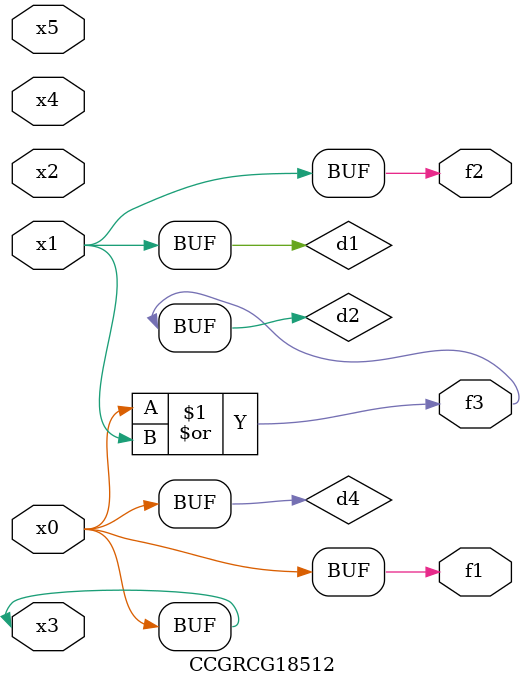
<source format=v>
module CCGRCG18512(
	input x0, x1, x2, x3, x4, x5,
	output f1, f2, f3
);

	wire d1, d2, d3, d4;

	and (d1, x1);
	or (d2, x0, x1);
	nand (d3, x0, x5);
	buf (d4, x0, x3);
	assign f1 = d4;
	assign f2 = d1;
	assign f3 = d2;
endmodule

</source>
